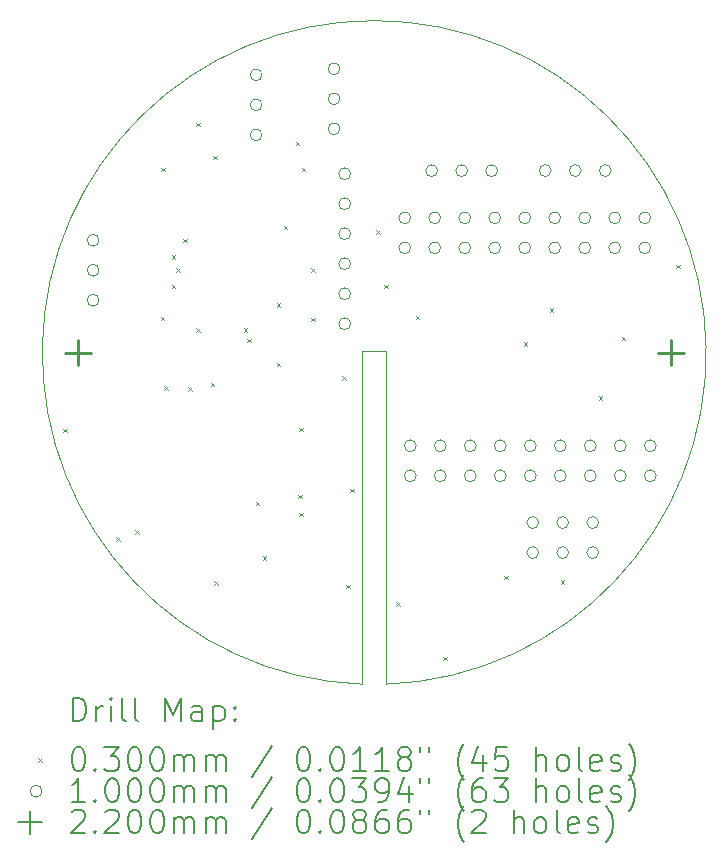
<source format=gbr>
%TF.GenerationSoftware,KiCad,Pcbnew,8.0.3*%
%TF.CreationDate,2025-07-10T12:51:15-07:00*%
%TF.ProjectId,salp_board_round,73616c70-5f62-46f6-9172-645f726f756e,rev?*%
%TF.SameCoordinates,Original*%
%TF.FileFunction,Drillmap*%
%TF.FilePolarity,Positive*%
%FSLAX45Y45*%
G04 Gerber Fmt 4.5, Leading zero omitted, Abs format (unit mm)*
G04 Created by KiCad (PCBNEW 8.0.3) date 2025-07-10 12:51:15*
%MOMM*%
%LPD*%
G01*
G04 APERTURE LIST*
%ADD10C,0.050000*%
%ADD11C,0.200000*%
%ADD12C,0.100000*%
%ADD13C,0.220000*%
G04 APERTURE END LIST*
D10*
X16900000Y-8990000D02*
X17100000Y-8990000D01*
X16900063Y-11808222D02*
X16900000Y-8990000D01*
X17100000Y-8990000D02*
X17099937Y-11808222D01*
X16900063Y-11808222D02*
G75*
G02*
X17099937Y-11808222I99937J2808222D01*
G01*
D11*
D12*
X14365000Y-9645000D02*
X14395000Y-9675000D01*
X14395000Y-9645000D02*
X14365000Y-9675000D01*
X14815000Y-10565000D02*
X14845000Y-10595000D01*
X14845000Y-10565000D02*
X14815000Y-10595000D01*
X14975000Y-10505000D02*
X15005000Y-10535000D01*
X15005000Y-10505000D02*
X14975000Y-10535000D01*
X15192500Y-8697500D02*
X15222500Y-8727500D01*
X15222500Y-8697500D02*
X15192500Y-8727500D01*
X15195000Y-7435000D02*
X15225000Y-7465000D01*
X15225000Y-7435000D02*
X15195000Y-7465000D01*
X15222573Y-9287427D02*
X15252573Y-9317427D01*
X15252573Y-9287427D02*
X15222573Y-9317427D01*
X15285000Y-8175000D02*
X15315000Y-8205000D01*
X15315000Y-8175000D02*
X15285000Y-8205000D01*
X15285000Y-8425000D02*
X15315000Y-8455000D01*
X15315000Y-8425000D02*
X15285000Y-8455000D01*
X15325000Y-8285000D02*
X15355000Y-8315000D01*
X15355000Y-8285000D02*
X15325000Y-8315000D01*
X15385000Y-8035000D02*
X15415000Y-8065000D01*
X15415000Y-8035000D02*
X15385000Y-8065000D01*
X15425000Y-9295000D02*
X15455000Y-9325000D01*
X15455000Y-9295000D02*
X15425000Y-9325000D01*
X15495000Y-7055000D02*
X15525000Y-7085000D01*
X15525000Y-7055000D02*
X15495000Y-7085000D01*
X15495000Y-8795000D02*
X15525000Y-8825000D01*
X15525000Y-8795000D02*
X15495000Y-8825000D01*
X15615000Y-9255000D02*
X15645000Y-9285000D01*
X15645000Y-9255000D02*
X15615000Y-9285000D01*
X15635000Y-7335000D02*
X15665000Y-7365000D01*
X15665000Y-7335000D02*
X15635000Y-7365000D01*
X15645000Y-10935000D02*
X15675000Y-10965000D01*
X15675000Y-10935000D02*
X15645000Y-10965000D01*
X15895000Y-8795000D02*
X15925000Y-8825000D01*
X15925000Y-8795000D02*
X15895000Y-8825000D01*
X15925000Y-8885000D02*
X15955000Y-8915000D01*
X15955000Y-8885000D02*
X15925000Y-8915000D01*
X15995000Y-10265000D02*
X16025000Y-10295000D01*
X16025000Y-10265000D02*
X15995000Y-10295000D01*
X16055000Y-10725000D02*
X16085000Y-10755000D01*
X16085000Y-10725000D02*
X16055000Y-10755000D01*
X16175000Y-8585000D02*
X16205000Y-8615000D01*
X16205000Y-8585000D02*
X16175000Y-8615000D01*
X16175000Y-9085000D02*
X16205000Y-9115000D01*
X16205000Y-9085000D02*
X16175000Y-9115000D01*
X16235000Y-7925000D02*
X16265000Y-7955000D01*
X16265000Y-7925000D02*
X16235000Y-7955000D01*
X16335000Y-7215000D02*
X16365000Y-7245000D01*
X16365000Y-7215000D02*
X16335000Y-7245000D01*
X16355000Y-10205000D02*
X16385000Y-10235000D01*
X16385000Y-10205000D02*
X16355000Y-10235000D01*
X16365000Y-9635000D02*
X16395000Y-9665000D01*
X16395000Y-9635000D02*
X16365000Y-9665000D01*
X16365000Y-10355000D02*
X16395000Y-10385000D01*
X16395000Y-10355000D02*
X16365000Y-10385000D01*
X16385000Y-7435000D02*
X16415000Y-7465000D01*
X16415000Y-7435000D02*
X16385000Y-7465000D01*
X16465000Y-8285000D02*
X16495000Y-8315000D01*
X16495000Y-8285000D02*
X16465000Y-8315000D01*
X16465000Y-8705000D02*
X16495000Y-8735000D01*
X16495000Y-8705000D02*
X16465000Y-8735000D01*
X16728750Y-9201250D02*
X16758750Y-9231250D01*
X16758750Y-9201250D02*
X16728750Y-9231250D01*
X16765000Y-10965000D02*
X16795000Y-10995000D01*
X16795000Y-10965000D02*
X16765000Y-10995000D01*
X16795000Y-10155000D02*
X16825000Y-10185000D01*
X16825000Y-10155000D02*
X16795000Y-10185000D01*
X17015000Y-7965000D02*
X17045000Y-7995000D01*
X17045000Y-7965000D02*
X17015000Y-7995000D01*
X17085000Y-8425000D02*
X17115000Y-8455000D01*
X17115000Y-8425000D02*
X17085000Y-8455000D01*
X17185000Y-11115000D02*
X17215000Y-11145000D01*
X17215000Y-11115000D02*
X17185000Y-11145000D01*
X17350000Y-8690000D02*
X17380000Y-8720000D01*
X17380000Y-8690000D02*
X17350000Y-8720000D01*
X17585000Y-11575000D02*
X17615000Y-11605000D01*
X17615000Y-11575000D02*
X17585000Y-11605000D01*
X18100000Y-10890000D02*
X18130000Y-10920000D01*
X18130000Y-10890000D02*
X18100000Y-10920000D01*
X18265000Y-8915000D02*
X18295000Y-8945000D01*
X18295000Y-8915000D02*
X18265000Y-8945000D01*
X18485000Y-8625000D02*
X18515000Y-8655000D01*
X18515000Y-8625000D02*
X18485000Y-8655000D01*
X18581000Y-10929000D02*
X18611000Y-10959000D01*
X18611000Y-10929000D02*
X18581000Y-10959000D01*
X18900000Y-9370000D02*
X18930000Y-9400000D01*
X18930000Y-9370000D02*
X18900000Y-9400000D01*
X19095000Y-8865000D02*
X19125000Y-8895000D01*
X19125000Y-8865000D02*
X19095000Y-8895000D01*
X19555000Y-8255000D02*
X19585000Y-8285000D01*
X19585000Y-8255000D02*
X19555000Y-8285000D01*
X14670000Y-8050000D02*
G75*
G02*
X14570000Y-8050000I-50000J0D01*
G01*
X14570000Y-8050000D02*
G75*
G02*
X14670000Y-8050000I50000J0D01*
G01*
X14670000Y-8304000D02*
G75*
G02*
X14570000Y-8304000I-50000J0D01*
G01*
X14570000Y-8304000D02*
G75*
G02*
X14670000Y-8304000I50000J0D01*
G01*
X14670000Y-8558000D02*
G75*
G02*
X14570000Y-8558000I-50000J0D01*
G01*
X14570000Y-8558000D02*
G75*
G02*
X14670000Y-8558000I50000J0D01*
G01*
X16050000Y-6650000D02*
G75*
G02*
X15950000Y-6650000I-50000J0D01*
G01*
X15950000Y-6650000D02*
G75*
G02*
X16050000Y-6650000I50000J0D01*
G01*
X16050000Y-6904000D02*
G75*
G02*
X15950000Y-6904000I-50000J0D01*
G01*
X15950000Y-6904000D02*
G75*
G02*
X16050000Y-6904000I50000J0D01*
G01*
X16050000Y-7158000D02*
G75*
G02*
X15950000Y-7158000I-50000J0D01*
G01*
X15950000Y-7158000D02*
G75*
G02*
X16050000Y-7158000I50000J0D01*
G01*
X16710000Y-6597500D02*
G75*
G02*
X16610000Y-6597500I-50000J0D01*
G01*
X16610000Y-6597500D02*
G75*
G02*
X16710000Y-6597500I50000J0D01*
G01*
X16710000Y-6851500D02*
G75*
G02*
X16610000Y-6851500I-50000J0D01*
G01*
X16610000Y-6851500D02*
G75*
G02*
X16710000Y-6851500I50000J0D01*
G01*
X16710000Y-7105500D02*
G75*
G02*
X16610000Y-7105500I-50000J0D01*
G01*
X16610000Y-7105500D02*
G75*
G02*
X16710000Y-7105500I50000J0D01*
G01*
X16800000Y-7486000D02*
G75*
G02*
X16700000Y-7486000I-50000J0D01*
G01*
X16700000Y-7486000D02*
G75*
G02*
X16800000Y-7486000I50000J0D01*
G01*
X16800000Y-7740000D02*
G75*
G02*
X16700000Y-7740000I-50000J0D01*
G01*
X16700000Y-7740000D02*
G75*
G02*
X16800000Y-7740000I50000J0D01*
G01*
X16800000Y-7994000D02*
G75*
G02*
X16700000Y-7994000I-50000J0D01*
G01*
X16700000Y-7994000D02*
G75*
G02*
X16800000Y-7994000I50000J0D01*
G01*
X16800000Y-8248000D02*
G75*
G02*
X16700000Y-8248000I-50000J0D01*
G01*
X16700000Y-8248000D02*
G75*
G02*
X16800000Y-8248000I50000J0D01*
G01*
X16800000Y-8502000D02*
G75*
G02*
X16700000Y-8502000I-50000J0D01*
G01*
X16700000Y-8502000D02*
G75*
G02*
X16800000Y-8502000I50000J0D01*
G01*
X16800000Y-8756000D02*
G75*
G02*
X16700000Y-8756000I-50000J0D01*
G01*
X16700000Y-8756000D02*
G75*
G02*
X16800000Y-8756000I50000J0D01*
G01*
X17308000Y-7860000D02*
G75*
G02*
X17208000Y-7860000I-50000J0D01*
G01*
X17208000Y-7860000D02*
G75*
G02*
X17308000Y-7860000I50000J0D01*
G01*
X17308000Y-8114000D02*
G75*
G02*
X17208000Y-8114000I-50000J0D01*
G01*
X17208000Y-8114000D02*
G75*
G02*
X17308000Y-8114000I50000J0D01*
G01*
X17356000Y-9790000D02*
G75*
G02*
X17256000Y-9790000I-50000J0D01*
G01*
X17256000Y-9790000D02*
G75*
G02*
X17356000Y-9790000I50000J0D01*
G01*
X17356000Y-10044000D02*
G75*
G02*
X17256000Y-10044000I-50000J0D01*
G01*
X17256000Y-10044000D02*
G75*
G02*
X17356000Y-10044000I50000J0D01*
G01*
X17536000Y-7460000D02*
G75*
G02*
X17436000Y-7460000I-50000J0D01*
G01*
X17436000Y-7460000D02*
G75*
G02*
X17536000Y-7460000I50000J0D01*
G01*
X17562000Y-7860000D02*
G75*
G02*
X17462000Y-7860000I-50000J0D01*
G01*
X17462000Y-7860000D02*
G75*
G02*
X17562000Y-7860000I50000J0D01*
G01*
X17562000Y-8114000D02*
G75*
G02*
X17462000Y-8114000I-50000J0D01*
G01*
X17462000Y-8114000D02*
G75*
G02*
X17562000Y-8114000I50000J0D01*
G01*
X17610000Y-9790000D02*
G75*
G02*
X17510000Y-9790000I-50000J0D01*
G01*
X17510000Y-9790000D02*
G75*
G02*
X17610000Y-9790000I50000J0D01*
G01*
X17610000Y-10044000D02*
G75*
G02*
X17510000Y-10044000I-50000J0D01*
G01*
X17510000Y-10044000D02*
G75*
G02*
X17610000Y-10044000I50000J0D01*
G01*
X17790000Y-7460000D02*
G75*
G02*
X17690000Y-7460000I-50000J0D01*
G01*
X17690000Y-7460000D02*
G75*
G02*
X17790000Y-7460000I50000J0D01*
G01*
X17816000Y-7860000D02*
G75*
G02*
X17716000Y-7860000I-50000J0D01*
G01*
X17716000Y-7860000D02*
G75*
G02*
X17816000Y-7860000I50000J0D01*
G01*
X17816000Y-8114000D02*
G75*
G02*
X17716000Y-8114000I-50000J0D01*
G01*
X17716000Y-8114000D02*
G75*
G02*
X17816000Y-8114000I50000J0D01*
G01*
X17864000Y-9790000D02*
G75*
G02*
X17764000Y-9790000I-50000J0D01*
G01*
X17764000Y-9790000D02*
G75*
G02*
X17864000Y-9790000I50000J0D01*
G01*
X17864000Y-10044000D02*
G75*
G02*
X17764000Y-10044000I-50000J0D01*
G01*
X17764000Y-10044000D02*
G75*
G02*
X17864000Y-10044000I50000J0D01*
G01*
X18044000Y-7460000D02*
G75*
G02*
X17944000Y-7460000I-50000J0D01*
G01*
X17944000Y-7460000D02*
G75*
G02*
X18044000Y-7460000I50000J0D01*
G01*
X18070000Y-7860000D02*
G75*
G02*
X17970000Y-7860000I-50000J0D01*
G01*
X17970000Y-7860000D02*
G75*
G02*
X18070000Y-7860000I50000J0D01*
G01*
X18070000Y-8114000D02*
G75*
G02*
X17970000Y-8114000I-50000J0D01*
G01*
X17970000Y-8114000D02*
G75*
G02*
X18070000Y-8114000I50000J0D01*
G01*
X18118000Y-9790000D02*
G75*
G02*
X18018000Y-9790000I-50000J0D01*
G01*
X18018000Y-9790000D02*
G75*
G02*
X18118000Y-9790000I50000J0D01*
G01*
X18118000Y-10044000D02*
G75*
G02*
X18018000Y-10044000I-50000J0D01*
G01*
X18018000Y-10044000D02*
G75*
G02*
X18118000Y-10044000I50000J0D01*
G01*
X18324000Y-7860000D02*
G75*
G02*
X18224000Y-7860000I-50000J0D01*
G01*
X18224000Y-7860000D02*
G75*
G02*
X18324000Y-7860000I50000J0D01*
G01*
X18324000Y-8114000D02*
G75*
G02*
X18224000Y-8114000I-50000J0D01*
G01*
X18224000Y-8114000D02*
G75*
G02*
X18324000Y-8114000I50000J0D01*
G01*
X18372000Y-9790000D02*
G75*
G02*
X18272000Y-9790000I-50000J0D01*
G01*
X18272000Y-9790000D02*
G75*
G02*
X18372000Y-9790000I50000J0D01*
G01*
X18372000Y-10044000D02*
G75*
G02*
X18272000Y-10044000I-50000J0D01*
G01*
X18272000Y-10044000D02*
G75*
G02*
X18372000Y-10044000I50000J0D01*
G01*
X18392000Y-10440000D02*
G75*
G02*
X18292000Y-10440000I-50000J0D01*
G01*
X18292000Y-10440000D02*
G75*
G02*
X18392000Y-10440000I50000J0D01*
G01*
X18392000Y-10694000D02*
G75*
G02*
X18292000Y-10694000I-50000J0D01*
G01*
X18292000Y-10694000D02*
G75*
G02*
X18392000Y-10694000I50000J0D01*
G01*
X18497500Y-7460000D02*
G75*
G02*
X18397500Y-7460000I-50000J0D01*
G01*
X18397500Y-7460000D02*
G75*
G02*
X18497500Y-7460000I50000J0D01*
G01*
X18578000Y-7860000D02*
G75*
G02*
X18478000Y-7860000I-50000J0D01*
G01*
X18478000Y-7860000D02*
G75*
G02*
X18578000Y-7860000I50000J0D01*
G01*
X18578000Y-8114000D02*
G75*
G02*
X18478000Y-8114000I-50000J0D01*
G01*
X18478000Y-8114000D02*
G75*
G02*
X18578000Y-8114000I50000J0D01*
G01*
X18626000Y-9790000D02*
G75*
G02*
X18526000Y-9790000I-50000J0D01*
G01*
X18526000Y-9790000D02*
G75*
G02*
X18626000Y-9790000I50000J0D01*
G01*
X18626000Y-10044000D02*
G75*
G02*
X18526000Y-10044000I-50000J0D01*
G01*
X18526000Y-10044000D02*
G75*
G02*
X18626000Y-10044000I50000J0D01*
G01*
X18646000Y-10440000D02*
G75*
G02*
X18546000Y-10440000I-50000J0D01*
G01*
X18546000Y-10440000D02*
G75*
G02*
X18646000Y-10440000I50000J0D01*
G01*
X18646000Y-10694000D02*
G75*
G02*
X18546000Y-10694000I-50000J0D01*
G01*
X18546000Y-10694000D02*
G75*
G02*
X18646000Y-10694000I50000J0D01*
G01*
X18751500Y-7460000D02*
G75*
G02*
X18651500Y-7460000I-50000J0D01*
G01*
X18651500Y-7460000D02*
G75*
G02*
X18751500Y-7460000I50000J0D01*
G01*
X18832000Y-7860000D02*
G75*
G02*
X18732000Y-7860000I-50000J0D01*
G01*
X18732000Y-7860000D02*
G75*
G02*
X18832000Y-7860000I50000J0D01*
G01*
X18832000Y-8114000D02*
G75*
G02*
X18732000Y-8114000I-50000J0D01*
G01*
X18732000Y-8114000D02*
G75*
G02*
X18832000Y-8114000I50000J0D01*
G01*
X18880000Y-9790000D02*
G75*
G02*
X18780000Y-9790000I-50000J0D01*
G01*
X18780000Y-9790000D02*
G75*
G02*
X18880000Y-9790000I50000J0D01*
G01*
X18880000Y-10044000D02*
G75*
G02*
X18780000Y-10044000I-50000J0D01*
G01*
X18780000Y-10044000D02*
G75*
G02*
X18880000Y-10044000I50000J0D01*
G01*
X18900000Y-10440000D02*
G75*
G02*
X18800000Y-10440000I-50000J0D01*
G01*
X18800000Y-10440000D02*
G75*
G02*
X18900000Y-10440000I50000J0D01*
G01*
X18900000Y-10694000D02*
G75*
G02*
X18800000Y-10694000I-50000J0D01*
G01*
X18800000Y-10694000D02*
G75*
G02*
X18900000Y-10694000I50000J0D01*
G01*
X19005500Y-7460000D02*
G75*
G02*
X18905500Y-7460000I-50000J0D01*
G01*
X18905500Y-7460000D02*
G75*
G02*
X19005500Y-7460000I50000J0D01*
G01*
X19086000Y-7860000D02*
G75*
G02*
X18986000Y-7860000I-50000J0D01*
G01*
X18986000Y-7860000D02*
G75*
G02*
X19086000Y-7860000I50000J0D01*
G01*
X19086000Y-8114000D02*
G75*
G02*
X18986000Y-8114000I-50000J0D01*
G01*
X18986000Y-8114000D02*
G75*
G02*
X19086000Y-8114000I50000J0D01*
G01*
X19134000Y-9790000D02*
G75*
G02*
X19034000Y-9790000I-50000J0D01*
G01*
X19034000Y-9790000D02*
G75*
G02*
X19134000Y-9790000I50000J0D01*
G01*
X19134000Y-10044000D02*
G75*
G02*
X19034000Y-10044000I-50000J0D01*
G01*
X19034000Y-10044000D02*
G75*
G02*
X19134000Y-10044000I50000J0D01*
G01*
X19340000Y-7860000D02*
G75*
G02*
X19240000Y-7860000I-50000J0D01*
G01*
X19240000Y-7860000D02*
G75*
G02*
X19340000Y-7860000I50000J0D01*
G01*
X19340000Y-8114000D02*
G75*
G02*
X19240000Y-8114000I-50000J0D01*
G01*
X19240000Y-8114000D02*
G75*
G02*
X19340000Y-8114000I50000J0D01*
G01*
X19388000Y-9790000D02*
G75*
G02*
X19288000Y-9790000I-50000J0D01*
G01*
X19288000Y-9790000D02*
G75*
G02*
X19388000Y-9790000I50000J0D01*
G01*
X19388000Y-10044000D02*
G75*
G02*
X19288000Y-10044000I-50000J0D01*
G01*
X19288000Y-10044000D02*
G75*
G02*
X19388000Y-10044000I50000J0D01*
G01*
D13*
X14490000Y-8890000D02*
X14490000Y-9110000D01*
X14380000Y-9000000D02*
X14600000Y-9000000D01*
X19510000Y-8890000D02*
X19510000Y-9110000D01*
X19400000Y-9000000D02*
X19620000Y-9000000D01*
D11*
X14448277Y-12122206D02*
X14448277Y-11922206D01*
X14448277Y-11922206D02*
X14495896Y-11922206D01*
X14495896Y-11922206D02*
X14524467Y-11931730D01*
X14524467Y-11931730D02*
X14543515Y-11950777D01*
X14543515Y-11950777D02*
X14553039Y-11969825D01*
X14553039Y-11969825D02*
X14562563Y-12007920D01*
X14562563Y-12007920D02*
X14562563Y-12036492D01*
X14562563Y-12036492D02*
X14553039Y-12074587D01*
X14553039Y-12074587D02*
X14543515Y-12093634D01*
X14543515Y-12093634D02*
X14524467Y-12112682D01*
X14524467Y-12112682D02*
X14495896Y-12122206D01*
X14495896Y-12122206D02*
X14448277Y-12122206D01*
X14648277Y-12122206D02*
X14648277Y-11988873D01*
X14648277Y-12026968D02*
X14657801Y-12007920D01*
X14657801Y-12007920D02*
X14667324Y-11998396D01*
X14667324Y-11998396D02*
X14686372Y-11988873D01*
X14686372Y-11988873D02*
X14705420Y-11988873D01*
X14772086Y-12122206D02*
X14772086Y-11988873D01*
X14772086Y-11922206D02*
X14762563Y-11931730D01*
X14762563Y-11931730D02*
X14772086Y-11941254D01*
X14772086Y-11941254D02*
X14781610Y-11931730D01*
X14781610Y-11931730D02*
X14772086Y-11922206D01*
X14772086Y-11922206D02*
X14772086Y-11941254D01*
X14895896Y-12122206D02*
X14876848Y-12112682D01*
X14876848Y-12112682D02*
X14867324Y-12093634D01*
X14867324Y-12093634D02*
X14867324Y-11922206D01*
X15000658Y-12122206D02*
X14981610Y-12112682D01*
X14981610Y-12112682D02*
X14972086Y-12093634D01*
X14972086Y-12093634D02*
X14972086Y-11922206D01*
X15229229Y-12122206D02*
X15229229Y-11922206D01*
X15229229Y-11922206D02*
X15295896Y-12065063D01*
X15295896Y-12065063D02*
X15362563Y-11922206D01*
X15362563Y-11922206D02*
X15362563Y-12122206D01*
X15543515Y-12122206D02*
X15543515Y-12017444D01*
X15543515Y-12017444D02*
X15533991Y-11998396D01*
X15533991Y-11998396D02*
X15514944Y-11988873D01*
X15514944Y-11988873D02*
X15476848Y-11988873D01*
X15476848Y-11988873D02*
X15457801Y-11998396D01*
X15543515Y-12112682D02*
X15524467Y-12122206D01*
X15524467Y-12122206D02*
X15476848Y-12122206D01*
X15476848Y-12122206D02*
X15457801Y-12112682D01*
X15457801Y-12112682D02*
X15448277Y-12093634D01*
X15448277Y-12093634D02*
X15448277Y-12074587D01*
X15448277Y-12074587D02*
X15457801Y-12055539D01*
X15457801Y-12055539D02*
X15476848Y-12046015D01*
X15476848Y-12046015D02*
X15524467Y-12046015D01*
X15524467Y-12046015D02*
X15543515Y-12036492D01*
X15638753Y-11988873D02*
X15638753Y-12188873D01*
X15638753Y-11998396D02*
X15657801Y-11988873D01*
X15657801Y-11988873D02*
X15695896Y-11988873D01*
X15695896Y-11988873D02*
X15714944Y-11998396D01*
X15714944Y-11998396D02*
X15724467Y-12007920D01*
X15724467Y-12007920D02*
X15733991Y-12026968D01*
X15733991Y-12026968D02*
X15733991Y-12084111D01*
X15733991Y-12084111D02*
X15724467Y-12103158D01*
X15724467Y-12103158D02*
X15714944Y-12112682D01*
X15714944Y-12112682D02*
X15695896Y-12122206D01*
X15695896Y-12122206D02*
X15657801Y-12122206D01*
X15657801Y-12122206D02*
X15638753Y-12112682D01*
X15819705Y-12103158D02*
X15829229Y-12112682D01*
X15829229Y-12112682D02*
X15819705Y-12122206D01*
X15819705Y-12122206D02*
X15810182Y-12112682D01*
X15810182Y-12112682D02*
X15819705Y-12103158D01*
X15819705Y-12103158D02*
X15819705Y-12122206D01*
X15819705Y-11998396D02*
X15829229Y-12007920D01*
X15829229Y-12007920D02*
X15819705Y-12017444D01*
X15819705Y-12017444D02*
X15810182Y-12007920D01*
X15810182Y-12007920D02*
X15819705Y-11998396D01*
X15819705Y-11998396D02*
X15819705Y-12017444D01*
D12*
X14157500Y-12435722D02*
X14187500Y-12465722D01*
X14187500Y-12435722D02*
X14157500Y-12465722D01*
D11*
X14486372Y-12342206D02*
X14505420Y-12342206D01*
X14505420Y-12342206D02*
X14524467Y-12351730D01*
X14524467Y-12351730D02*
X14533991Y-12361254D01*
X14533991Y-12361254D02*
X14543515Y-12380301D01*
X14543515Y-12380301D02*
X14553039Y-12418396D01*
X14553039Y-12418396D02*
X14553039Y-12466015D01*
X14553039Y-12466015D02*
X14543515Y-12504111D01*
X14543515Y-12504111D02*
X14533991Y-12523158D01*
X14533991Y-12523158D02*
X14524467Y-12532682D01*
X14524467Y-12532682D02*
X14505420Y-12542206D01*
X14505420Y-12542206D02*
X14486372Y-12542206D01*
X14486372Y-12542206D02*
X14467324Y-12532682D01*
X14467324Y-12532682D02*
X14457801Y-12523158D01*
X14457801Y-12523158D02*
X14448277Y-12504111D01*
X14448277Y-12504111D02*
X14438753Y-12466015D01*
X14438753Y-12466015D02*
X14438753Y-12418396D01*
X14438753Y-12418396D02*
X14448277Y-12380301D01*
X14448277Y-12380301D02*
X14457801Y-12361254D01*
X14457801Y-12361254D02*
X14467324Y-12351730D01*
X14467324Y-12351730D02*
X14486372Y-12342206D01*
X14638753Y-12523158D02*
X14648277Y-12532682D01*
X14648277Y-12532682D02*
X14638753Y-12542206D01*
X14638753Y-12542206D02*
X14629229Y-12532682D01*
X14629229Y-12532682D02*
X14638753Y-12523158D01*
X14638753Y-12523158D02*
X14638753Y-12542206D01*
X14714944Y-12342206D02*
X14838753Y-12342206D01*
X14838753Y-12342206D02*
X14772086Y-12418396D01*
X14772086Y-12418396D02*
X14800658Y-12418396D01*
X14800658Y-12418396D02*
X14819705Y-12427920D01*
X14819705Y-12427920D02*
X14829229Y-12437444D01*
X14829229Y-12437444D02*
X14838753Y-12456492D01*
X14838753Y-12456492D02*
X14838753Y-12504111D01*
X14838753Y-12504111D02*
X14829229Y-12523158D01*
X14829229Y-12523158D02*
X14819705Y-12532682D01*
X14819705Y-12532682D02*
X14800658Y-12542206D01*
X14800658Y-12542206D02*
X14743515Y-12542206D01*
X14743515Y-12542206D02*
X14724467Y-12532682D01*
X14724467Y-12532682D02*
X14714944Y-12523158D01*
X14962563Y-12342206D02*
X14981610Y-12342206D01*
X14981610Y-12342206D02*
X15000658Y-12351730D01*
X15000658Y-12351730D02*
X15010182Y-12361254D01*
X15010182Y-12361254D02*
X15019705Y-12380301D01*
X15019705Y-12380301D02*
X15029229Y-12418396D01*
X15029229Y-12418396D02*
X15029229Y-12466015D01*
X15029229Y-12466015D02*
X15019705Y-12504111D01*
X15019705Y-12504111D02*
X15010182Y-12523158D01*
X15010182Y-12523158D02*
X15000658Y-12532682D01*
X15000658Y-12532682D02*
X14981610Y-12542206D01*
X14981610Y-12542206D02*
X14962563Y-12542206D01*
X14962563Y-12542206D02*
X14943515Y-12532682D01*
X14943515Y-12532682D02*
X14933991Y-12523158D01*
X14933991Y-12523158D02*
X14924467Y-12504111D01*
X14924467Y-12504111D02*
X14914944Y-12466015D01*
X14914944Y-12466015D02*
X14914944Y-12418396D01*
X14914944Y-12418396D02*
X14924467Y-12380301D01*
X14924467Y-12380301D02*
X14933991Y-12361254D01*
X14933991Y-12361254D02*
X14943515Y-12351730D01*
X14943515Y-12351730D02*
X14962563Y-12342206D01*
X15153039Y-12342206D02*
X15172086Y-12342206D01*
X15172086Y-12342206D02*
X15191134Y-12351730D01*
X15191134Y-12351730D02*
X15200658Y-12361254D01*
X15200658Y-12361254D02*
X15210182Y-12380301D01*
X15210182Y-12380301D02*
X15219705Y-12418396D01*
X15219705Y-12418396D02*
X15219705Y-12466015D01*
X15219705Y-12466015D02*
X15210182Y-12504111D01*
X15210182Y-12504111D02*
X15200658Y-12523158D01*
X15200658Y-12523158D02*
X15191134Y-12532682D01*
X15191134Y-12532682D02*
X15172086Y-12542206D01*
X15172086Y-12542206D02*
X15153039Y-12542206D01*
X15153039Y-12542206D02*
X15133991Y-12532682D01*
X15133991Y-12532682D02*
X15124467Y-12523158D01*
X15124467Y-12523158D02*
X15114944Y-12504111D01*
X15114944Y-12504111D02*
X15105420Y-12466015D01*
X15105420Y-12466015D02*
X15105420Y-12418396D01*
X15105420Y-12418396D02*
X15114944Y-12380301D01*
X15114944Y-12380301D02*
X15124467Y-12361254D01*
X15124467Y-12361254D02*
X15133991Y-12351730D01*
X15133991Y-12351730D02*
X15153039Y-12342206D01*
X15305420Y-12542206D02*
X15305420Y-12408873D01*
X15305420Y-12427920D02*
X15314944Y-12418396D01*
X15314944Y-12418396D02*
X15333991Y-12408873D01*
X15333991Y-12408873D02*
X15362563Y-12408873D01*
X15362563Y-12408873D02*
X15381610Y-12418396D01*
X15381610Y-12418396D02*
X15391134Y-12437444D01*
X15391134Y-12437444D02*
X15391134Y-12542206D01*
X15391134Y-12437444D02*
X15400658Y-12418396D01*
X15400658Y-12418396D02*
X15419705Y-12408873D01*
X15419705Y-12408873D02*
X15448277Y-12408873D01*
X15448277Y-12408873D02*
X15467325Y-12418396D01*
X15467325Y-12418396D02*
X15476848Y-12437444D01*
X15476848Y-12437444D02*
X15476848Y-12542206D01*
X15572086Y-12542206D02*
X15572086Y-12408873D01*
X15572086Y-12427920D02*
X15581610Y-12418396D01*
X15581610Y-12418396D02*
X15600658Y-12408873D01*
X15600658Y-12408873D02*
X15629229Y-12408873D01*
X15629229Y-12408873D02*
X15648277Y-12418396D01*
X15648277Y-12418396D02*
X15657801Y-12437444D01*
X15657801Y-12437444D02*
X15657801Y-12542206D01*
X15657801Y-12437444D02*
X15667325Y-12418396D01*
X15667325Y-12418396D02*
X15686372Y-12408873D01*
X15686372Y-12408873D02*
X15714944Y-12408873D01*
X15714944Y-12408873D02*
X15733991Y-12418396D01*
X15733991Y-12418396D02*
X15743515Y-12437444D01*
X15743515Y-12437444D02*
X15743515Y-12542206D01*
X16133991Y-12332682D02*
X15962563Y-12589825D01*
X16391134Y-12342206D02*
X16410182Y-12342206D01*
X16410182Y-12342206D02*
X16429229Y-12351730D01*
X16429229Y-12351730D02*
X16438753Y-12361254D01*
X16438753Y-12361254D02*
X16448277Y-12380301D01*
X16448277Y-12380301D02*
X16457801Y-12418396D01*
X16457801Y-12418396D02*
X16457801Y-12466015D01*
X16457801Y-12466015D02*
X16448277Y-12504111D01*
X16448277Y-12504111D02*
X16438753Y-12523158D01*
X16438753Y-12523158D02*
X16429229Y-12532682D01*
X16429229Y-12532682D02*
X16410182Y-12542206D01*
X16410182Y-12542206D02*
X16391134Y-12542206D01*
X16391134Y-12542206D02*
X16372087Y-12532682D01*
X16372087Y-12532682D02*
X16362563Y-12523158D01*
X16362563Y-12523158D02*
X16353039Y-12504111D01*
X16353039Y-12504111D02*
X16343515Y-12466015D01*
X16343515Y-12466015D02*
X16343515Y-12418396D01*
X16343515Y-12418396D02*
X16353039Y-12380301D01*
X16353039Y-12380301D02*
X16362563Y-12361254D01*
X16362563Y-12361254D02*
X16372087Y-12351730D01*
X16372087Y-12351730D02*
X16391134Y-12342206D01*
X16543515Y-12523158D02*
X16553039Y-12532682D01*
X16553039Y-12532682D02*
X16543515Y-12542206D01*
X16543515Y-12542206D02*
X16533991Y-12532682D01*
X16533991Y-12532682D02*
X16543515Y-12523158D01*
X16543515Y-12523158D02*
X16543515Y-12542206D01*
X16676848Y-12342206D02*
X16695896Y-12342206D01*
X16695896Y-12342206D02*
X16714944Y-12351730D01*
X16714944Y-12351730D02*
X16724468Y-12361254D01*
X16724468Y-12361254D02*
X16733991Y-12380301D01*
X16733991Y-12380301D02*
X16743515Y-12418396D01*
X16743515Y-12418396D02*
X16743515Y-12466015D01*
X16743515Y-12466015D02*
X16733991Y-12504111D01*
X16733991Y-12504111D02*
X16724468Y-12523158D01*
X16724468Y-12523158D02*
X16714944Y-12532682D01*
X16714944Y-12532682D02*
X16695896Y-12542206D01*
X16695896Y-12542206D02*
X16676848Y-12542206D01*
X16676848Y-12542206D02*
X16657801Y-12532682D01*
X16657801Y-12532682D02*
X16648277Y-12523158D01*
X16648277Y-12523158D02*
X16638753Y-12504111D01*
X16638753Y-12504111D02*
X16629229Y-12466015D01*
X16629229Y-12466015D02*
X16629229Y-12418396D01*
X16629229Y-12418396D02*
X16638753Y-12380301D01*
X16638753Y-12380301D02*
X16648277Y-12361254D01*
X16648277Y-12361254D02*
X16657801Y-12351730D01*
X16657801Y-12351730D02*
X16676848Y-12342206D01*
X16933991Y-12542206D02*
X16819706Y-12542206D01*
X16876849Y-12542206D02*
X16876849Y-12342206D01*
X16876849Y-12342206D02*
X16857801Y-12370777D01*
X16857801Y-12370777D02*
X16838753Y-12389825D01*
X16838753Y-12389825D02*
X16819706Y-12399349D01*
X17124468Y-12542206D02*
X17010182Y-12542206D01*
X17067325Y-12542206D02*
X17067325Y-12342206D01*
X17067325Y-12342206D02*
X17048277Y-12370777D01*
X17048277Y-12370777D02*
X17029230Y-12389825D01*
X17029230Y-12389825D02*
X17010182Y-12399349D01*
X17238753Y-12427920D02*
X17219706Y-12418396D01*
X17219706Y-12418396D02*
X17210182Y-12408873D01*
X17210182Y-12408873D02*
X17200658Y-12389825D01*
X17200658Y-12389825D02*
X17200658Y-12380301D01*
X17200658Y-12380301D02*
X17210182Y-12361254D01*
X17210182Y-12361254D02*
X17219706Y-12351730D01*
X17219706Y-12351730D02*
X17238753Y-12342206D01*
X17238753Y-12342206D02*
X17276849Y-12342206D01*
X17276849Y-12342206D02*
X17295896Y-12351730D01*
X17295896Y-12351730D02*
X17305420Y-12361254D01*
X17305420Y-12361254D02*
X17314944Y-12380301D01*
X17314944Y-12380301D02*
X17314944Y-12389825D01*
X17314944Y-12389825D02*
X17305420Y-12408873D01*
X17305420Y-12408873D02*
X17295896Y-12418396D01*
X17295896Y-12418396D02*
X17276849Y-12427920D01*
X17276849Y-12427920D02*
X17238753Y-12427920D01*
X17238753Y-12427920D02*
X17219706Y-12437444D01*
X17219706Y-12437444D02*
X17210182Y-12446968D01*
X17210182Y-12446968D02*
X17200658Y-12466015D01*
X17200658Y-12466015D02*
X17200658Y-12504111D01*
X17200658Y-12504111D02*
X17210182Y-12523158D01*
X17210182Y-12523158D02*
X17219706Y-12532682D01*
X17219706Y-12532682D02*
X17238753Y-12542206D01*
X17238753Y-12542206D02*
X17276849Y-12542206D01*
X17276849Y-12542206D02*
X17295896Y-12532682D01*
X17295896Y-12532682D02*
X17305420Y-12523158D01*
X17305420Y-12523158D02*
X17314944Y-12504111D01*
X17314944Y-12504111D02*
X17314944Y-12466015D01*
X17314944Y-12466015D02*
X17305420Y-12446968D01*
X17305420Y-12446968D02*
X17295896Y-12437444D01*
X17295896Y-12437444D02*
X17276849Y-12427920D01*
X17391134Y-12342206D02*
X17391134Y-12380301D01*
X17467325Y-12342206D02*
X17467325Y-12380301D01*
X17762563Y-12618396D02*
X17753039Y-12608873D01*
X17753039Y-12608873D02*
X17733992Y-12580301D01*
X17733992Y-12580301D02*
X17724468Y-12561254D01*
X17724468Y-12561254D02*
X17714944Y-12532682D01*
X17714944Y-12532682D02*
X17705420Y-12485063D01*
X17705420Y-12485063D02*
X17705420Y-12446968D01*
X17705420Y-12446968D02*
X17714944Y-12399349D01*
X17714944Y-12399349D02*
X17724468Y-12370777D01*
X17724468Y-12370777D02*
X17733992Y-12351730D01*
X17733992Y-12351730D02*
X17753039Y-12323158D01*
X17753039Y-12323158D02*
X17762563Y-12313634D01*
X17924468Y-12408873D02*
X17924468Y-12542206D01*
X17876849Y-12332682D02*
X17829230Y-12475539D01*
X17829230Y-12475539D02*
X17953039Y-12475539D01*
X18124468Y-12342206D02*
X18029230Y-12342206D01*
X18029230Y-12342206D02*
X18019706Y-12437444D01*
X18019706Y-12437444D02*
X18029230Y-12427920D01*
X18029230Y-12427920D02*
X18048277Y-12418396D01*
X18048277Y-12418396D02*
X18095896Y-12418396D01*
X18095896Y-12418396D02*
X18114944Y-12427920D01*
X18114944Y-12427920D02*
X18124468Y-12437444D01*
X18124468Y-12437444D02*
X18133992Y-12456492D01*
X18133992Y-12456492D02*
X18133992Y-12504111D01*
X18133992Y-12504111D02*
X18124468Y-12523158D01*
X18124468Y-12523158D02*
X18114944Y-12532682D01*
X18114944Y-12532682D02*
X18095896Y-12542206D01*
X18095896Y-12542206D02*
X18048277Y-12542206D01*
X18048277Y-12542206D02*
X18029230Y-12532682D01*
X18029230Y-12532682D02*
X18019706Y-12523158D01*
X18372087Y-12542206D02*
X18372087Y-12342206D01*
X18457801Y-12542206D02*
X18457801Y-12437444D01*
X18457801Y-12437444D02*
X18448277Y-12418396D01*
X18448277Y-12418396D02*
X18429230Y-12408873D01*
X18429230Y-12408873D02*
X18400658Y-12408873D01*
X18400658Y-12408873D02*
X18381611Y-12418396D01*
X18381611Y-12418396D02*
X18372087Y-12427920D01*
X18581611Y-12542206D02*
X18562563Y-12532682D01*
X18562563Y-12532682D02*
X18553039Y-12523158D01*
X18553039Y-12523158D02*
X18543515Y-12504111D01*
X18543515Y-12504111D02*
X18543515Y-12446968D01*
X18543515Y-12446968D02*
X18553039Y-12427920D01*
X18553039Y-12427920D02*
X18562563Y-12418396D01*
X18562563Y-12418396D02*
X18581611Y-12408873D01*
X18581611Y-12408873D02*
X18610182Y-12408873D01*
X18610182Y-12408873D02*
X18629230Y-12418396D01*
X18629230Y-12418396D02*
X18638754Y-12427920D01*
X18638754Y-12427920D02*
X18648277Y-12446968D01*
X18648277Y-12446968D02*
X18648277Y-12504111D01*
X18648277Y-12504111D02*
X18638754Y-12523158D01*
X18638754Y-12523158D02*
X18629230Y-12532682D01*
X18629230Y-12532682D02*
X18610182Y-12542206D01*
X18610182Y-12542206D02*
X18581611Y-12542206D01*
X18762563Y-12542206D02*
X18743515Y-12532682D01*
X18743515Y-12532682D02*
X18733992Y-12513634D01*
X18733992Y-12513634D02*
X18733992Y-12342206D01*
X18914944Y-12532682D02*
X18895896Y-12542206D01*
X18895896Y-12542206D02*
X18857801Y-12542206D01*
X18857801Y-12542206D02*
X18838754Y-12532682D01*
X18838754Y-12532682D02*
X18829230Y-12513634D01*
X18829230Y-12513634D02*
X18829230Y-12437444D01*
X18829230Y-12437444D02*
X18838754Y-12418396D01*
X18838754Y-12418396D02*
X18857801Y-12408873D01*
X18857801Y-12408873D02*
X18895896Y-12408873D01*
X18895896Y-12408873D02*
X18914944Y-12418396D01*
X18914944Y-12418396D02*
X18924468Y-12437444D01*
X18924468Y-12437444D02*
X18924468Y-12456492D01*
X18924468Y-12456492D02*
X18829230Y-12475539D01*
X19000658Y-12532682D02*
X19019706Y-12542206D01*
X19019706Y-12542206D02*
X19057801Y-12542206D01*
X19057801Y-12542206D02*
X19076849Y-12532682D01*
X19076849Y-12532682D02*
X19086373Y-12513634D01*
X19086373Y-12513634D02*
X19086373Y-12504111D01*
X19086373Y-12504111D02*
X19076849Y-12485063D01*
X19076849Y-12485063D02*
X19057801Y-12475539D01*
X19057801Y-12475539D02*
X19029230Y-12475539D01*
X19029230Y-12475539D02*
X19010182Y-12466015D01*
X19010182Y-12466015D02*
X19000658Y-12446968D01*
X19000658Y-12446968D02*
X19000658Y-12437444D01*
X19000658Y-12437444D02*
X19010182Y-12418396D01*
X19010182Y-12418396D02*
X19029230Y-12408873D01*
X19029230Y-12408873D02*
X19057801Y-12408873D01*
X19057801Y-12408873D02*
X19076849Y-12418396D01*
X19153039Y-12618396D02*
X19162563Y-12608873D01*
X19162563Y-12608873D02*
X19181611Y-12580301D01*
X19181611Y-12580301D02*
X19191135Y-12561254D01*
X19191135Y-12561254D02*
X19200658Y-12532682D01*
X19200658Y-12532682D02*
X19210182Y-12485063D01*
X19210182Y-12485063D02*
X19210182Y-12446968D01*
X19210182Y-12446968D02*
X19200658Y-12399349D01*
X19200658Y-12399349D02*
X19191135Y-12370777D01*
X19191135Y-12370777D02*
X19181611Y-12351730D01*
X19181611Y-12351730D02*
X19162563Y-12323158D01*
X19162563Y-12323158D02*
X19153039Y-12313634D01*
D12*
X14187500Y-12714722D02*
G75*
G02*
X14087500Y-12714722I-50000J0D01*
G01*
X14087500Y-12714722D02*
G75*
G02*
X14187500Y-12714722I50000J0D01*
G01*
D11*
X14553039Y-12806206D02*
X14438753Y-12806206D01*
X14495896Y-12806206D02*
X14495896Y-12606206D01*
X14495896Y-12606206D02*
X14476848Y-12634777D01*
X14476848Y-12634777D02*
X14457801Y-12653825D01*
X14457801Y-12653825D02*
X14438753Y-12663349D01*
X14638753Y-12787158D02*
X14648277Y-12796682D01*
X14648277Y-12796682D02*
X14638753Y-12806206D01*
X14638753Y-12806206D02*
X14629229Y-12796682D01*
X14629229Y-12796682D02*
X14638753Y-12787158D01*
X14638753Y-12787158D02*
X14638753Y-12806206D01*
X14772086Y-12606206D02*
X14791134Y-12606206D01*
X14791134Y-12606206D02*
X14810182Y-12615730D01*
X14810182Y-12615730D02*
X14819705Y-12625254D01*
X14819705Y-12625254D02*
X14829229Y-12644301D01*
X14829229Y-12644301D02*
X14838753Y-12682396D01*
X14838753Y-12682396D02*
X14838753Y-12730015D01*
X14838753Y-12730015D02*
X14829229Y-12768111D01*
X14829229Y-12768111D02*
X14819705Y-12787158D01*
X14819705Y-12787158D02*
X14810182Y-12796682D01*
X14810182Y-12796682D02*
X14791134Y-12806206D01*
X14791134Y-12806206D02*
X14772086Y-12806206D01*
X14772086Y-12806206D02*
X14753039Y-12796682D01*
X14753039Y-12796682D02*
X14743515Y-12787158D01*
X14743515Y-12787158D02*
X14733991Y-12768111D01*
X14733991Y-12768111D02*
X14724467Y-12730015D01*
X14724467Y-12730015D02*
X14724467Y-12682396D01*
X14724467Y-12682396D02*
X14733991Y-12644301D01*
X14733991Y-12644301D02*
X14743515Y-12625254D01*
X14743515Y-12625254D02*
X14753039Y-12615730D01*
X14753039Y-12615730D02*
X14772086Y-12606206D01*
X14962563Y-12606206D02*
X14981610Y-12606206D01*
X14981610Y-12606206D02*
X15000658Y-12615730D01*
X15000658Y-12615730D02*
X15010182Y-12625254D01*
X15010182Y-12625254D02*
X15019705Y-12644301D01*
X15019705Y-12644301D02*
X15029229Y-12682396D01*
X15029229Y-12682396D02*
X15029229Y-12730015D01*
X15029229Y-12730015D02*
X15019705Y-12768111D01*
X15019705Y-12768111D02*
X15010182Y-12787158D01*
X15010182Y-12787158D02*
X15000658Y-12796682D01*
X15000658Y-12796682D02*
X14981610Y-12806206D01*
X14981610Y-12806206D02*
X14962563Y-12806206D01*
X14962563Y-12806206D02*
X14943515Y-12796682D01*
X14943515Y-12796682D02*
X14933991Y-12787158D01*
X14933991Y-12787158D02*
X14924467Y-12768111D01*
X14924467Y-12768111D02*
X14914944Y-12730015D01*
X14914944Y-12730015D02*
X14914944Y-12682396D01*
X14914944Y-12682396D02*
X14924467Y-12644301D01*
X14924467Y-12644301D02*
X14933991Y-12625254D01*
X14933991Y-12625254D02*
X14943515Y-12615730D01*
X14943515Y-12615730D02*
X14962563Y-12606206D01*
X15153039Y-12606206D02*
X15172086Y-12606206D01*
X15172086Y-12606206D02*
X15191134Y-12615730D01*
X15191134Y-12615730D02*
X15200658Y-12625254D01*
X15200658Y-12625254D02*
X15210182Y-12644301D01*
X15210182Y-12644301D02*
X15219705Y-12682396D01*
X15219705Y-12682396D02*
X15219705Y-12730015D01*
X15219705Y-12730015D02*
X15210182Y-12768111D01*
X15210182Y-12768111D02*
X15200658Y-12787158D01*
X15200658Y-12787158D02*
X15191134Y-12796682D01*
X15191134Y-12796682D02*
X15172086Y-12806206D01*
X15172086Y-12806206D02*
X15153039Y-12806206D01*
X15153039Y-12806206D02*
X15133991Y-12796682D01*
X15133991Y-12796682D02*
X15124467Y-12787158D01*
X15124467Y-12787158D02*
X15114944Y-12768111D01*
X15114944Y-12768111D02*
X15105420Y-12730015D01*
X15105420Y-12730015D02*
X15105420Y-12682396D01*
X15105420Y-12682396D02*
X15114944Y-12644301D01*
X15114944Y-12644301D02*
X15124467Y-12625254D01*
X15124467Y-12625254D02*
X15133991Y-12615730D01*
X15133991Y-12615730D02*
X15153039Y-12606206D01*
X15305420Y-12806206D02*
X15305420Y-12672873D01*
X15305420Y-12691920D02*
X15314944Y-12682396D01*
X15314944Y-12682396D02*
X15333991Y-12672873D01*
X15333991Y-12672873D02*
X15362563Y-12672873D01*
X15362563Y-12672873D02*
X15381610Y-12682396D01*
X15381610Y-12682396D02*
X15391134Y-12701444D01*
X15391134Y-12701444D02*
X15391134Y-12806206D01*
X15391134Y-12701444D02*
X15400658Y-12682396D01*
X15400658Y-12682396D02*
X15419705Y-12672873D01*
X15419705Y-12672873D02*
X15448277Y-12672873D01*
X15448277Y-12672873D02*
X15467325Y-12682396D01*
X15467325Y-12682396D02*
X15476848Y-12701444D01*
X15476848Y-12701444D02*
X15476848Y-12806206D01*
X15572086Y-12806206D02*
X15572086Y-12672873D01*
X15572086Y-12691920D02*
X15581610Y-12682396D01*
X15581610Y-12682396D02*
X15600658Y-12672873D01*
X15600658Y-12672873D02*
X15629229Y-12672873D01*
X15629229Y-12672873D02*
X15648277Y-12682396D01*
X15648277Y-12682396D02*
X15657801Y-12701444D01*
X15657801Y-12701444D02*
X15657801Y-12806206D01*
X15657801Y-12701444D02*
X15667325Y-12682396D01*
X15667325Y-12682396D02*
X15686372Y-12672873D01*
X15686372Y-12672873D02*
X15714944Y-12672873D01*
X15714944Y-12672873D02*
X15733991Y-12682396D01*
X15733991Y-12682396D02*
X15743515Y-12701444D01*
X15743515Y-12701444D02*
X15743515Y-12806206D01*
X16133991Y-12596682D02*
X15962563Y-12853825D01*
X16391134Y-12606206D02*
X16410182Y-12606206D01*
X16410182Y-12606206D02*
X16429229Y-12615730D01*
X16429229Y-12615730D02*
X16438753Y-12625254D01*
X16438753Y-12625254D02*
X16448277Y-12644301D01*
X16448277Y-12644301D02*
X16457801Y-12682396D01*
X16457801Y-12682396D02*
X16457801Y-12730015D01*
X16457801Y-12730015D02*
X16448277Y-12768111D01*
X16448277Y-12768111D02*
X16438753Y-12787158D01*
X16438753Y-12787158D02*
X16429229Y-12796682D01*
X16429229Y-12796682D02*
X16410182Y-12806206D01*
X16410182Y-12806206D02*
X16391134Y-12806206D01*
X16391134Y-12806206D02*
X16372087Y-12796682D01*
X16372087Y-12796682D02*
X16362563Y-12787158D01*
X16362563Y-12787158D02*
X16353039Y-12768111D01*
X16353039Y-12768111D02*
X16343515Y-12730015D01*
X16343515Y-12730015D02*
X16343515Y-12682396D01*
X16343515Y-12682396D02*
X16353039Y-12644301D01*
X16353039Y-12644301D02*
X16362563Y-12625254D01*
X16362563Y-12625254D02*
X16372087Y-12615730D01*
X16372087Y-12615730D02*
X16391134Y-12606206D01*
X16543515Y-12787158D02*
X16553039Y-12796682D01*
X16553039Y-12796682D02*
X16543515Y-12806206D01*
X16543515Y-12806206D02*
X16533991Y-12796682D01*
X16533991Y-12796682D02*
X16543515Y-12787158D01*
X16543515Y-12787158D02*
X16543515Y-12806206D01*
X16676848Y-12606206D02*
X16695896Y-12606206D01*
X16695896Y-12606206D02*
X16714944Y-12615730D01*
X16714944Y-12615730D02*
X16724468Y-12625254D01*
X16724468Y-12625254D02*
X16733991Y-12644301D01*
X16733991Y-12644301D02*
X16743515Y-12682396D01*
X16743515Y-12682396D02*
X16743515Y-12730015D01*
X16743515Y-12730015D02*
X16733991Y-12768111D01*
X16733991Y-12768111D02*
X16724468Y-12787158D01*
X16724468Y-12787158D02*
X16714944Y-12796682D01*
X16714944Y-12796682D02*
X16695896Y-12806206D01*
X16695896Y-12806206D02*
X16676848Y-12806206D01*
X16676848Y-12806206D02*
X16657801Y-12796682D01*
X16657801Y-12796682D02*
X16648277Y-12787158D01*
X16648277Y-12787158D02*
X16638753Y-12768111D01*
X16638753Y-12768111D02*
X16629229Y-12730015D01*
X16629229Y-12730015D02*
X16629229Y-12682396D01*
X16629229Y-12682396D02*
X16638753Y-12644301D01*
X16638753Y-12644301D02*
X16648277Y-12625254D01*
X16648277Y-12625254D02*
X16657801Y-12615730D01*
X16657801Y-12615730D02*
X16676848Y-12606206D01*
X16810182Y-12606206D02*
X16933991Y-12606206D01*
X16933991Y-12606206D02*
X16867325Y-12682396D01*
X16867325Y-12682396D02*
X16895896Y-12682396D01*
X16895896Y-12682396D02*
X16914944Y-12691920D01*
X16914944Y-12691920D02*
X16924468Y-12701444D01*
X16924468Y-12701444D02*
X16933991Y-12720492D01*
X16933991Y-12720492D02*
X16933991Y-12768111D01*
X16933991Y-12768111D02*
X16924468Y-12787158D01*
X16924468Y-12787158D02*
X16914944Y-12796682D01*
X16914944Y-12796682D02*
X16895896Y-12806206D01*
X16895896Y-12806206D02*
X16838753Y-12806206D01*
X16838753Y-12806206D02*
X16819706Y-12796682D01*
X16819706Y-12796682D02*
X16810182Y-12787158D01*
X17029230Y-12806206D02*
X17067325Y-12806206D01*
X17067325Y-12806206D02*
X17086372Y-12796682D01*
X17086372Y-12796682D02*
X17095896Y-12787158D01*
X17095896Y-12787158D02*
X17114944Y-12758587D01*
X17114944Y-12758587D02*
X17124468Y-12720492D01*
X17124468Y-12720492D02*
X17124468Y-12644301D01*
X17124468Y-12644301D02*
X17114944Y-12625254D01*
X17114944Y-12625254D02*
X17105420Y-12615730D01*
X17105420Y-12615730D02*
X17086372Y-12606206D01*
X17086372Y-12606206D02*
X17048277Y-12606206D01*
X17048277Y-12606206D02*
X17029230Y-12615730D01*
X17029230Y-12615730D02*
X17019706Y-12625254D01*
X17019706Y-12625254D02*
X17010182Y-12644301D01*
X17010182Y-12644301D02*
X17010182Y-12691920D01*
X17010182Y-12691920D02*
X17019706Y-12710968D01*
X17019706Y-12710968D02*
X17029230Y-12720492D01*
X17029230Y-12720492D02*
X17048277Y-12730015D01*
X17048277Y-12730015D02*
X17086372Y-12730015D01*
X17086372Y-12730015D02*
X17105420Y-12720492D01*
X17105420Y-12720492D02*
X17114944Y-12710968D01*
X17114944Y-12710968D02*
X17124468Y-12691920D01*
X17295896Y-12672873D02*
X17295896Y-12806206D01*
X17248277Y-12596682D02*
X17200658Y-12739539D01*
X17200658Y-12739539D02*
X17324468Y-12739539D01*
X17391134Y-12606206D02*
X17391134Y-12644301D01*
X17467325Y-12606206D02*
X17467325Y-12644301D01*
X17762563Y-12882396D02*
X17753039Y-12872873D01*
X17753039Y-12872873D02*
X17733992Y-12844301D01*
X17733992Y-12844301D02*
X17724468Y-12825254D01*
X17724468Y-12825254D02*
X17714944Y-12796682D01*
X17714944Y-12796682D02*
X17705420Y-12749063D01*
X17705420Y-12749063D02*
X17705420Y-12710968D01*
X17705420Y-12710968D02*
X17714944Y-12663349D01*
X17714944Y-12663349D02*
X17724468Y-12634777D01*
X17724468Y-12634777D02*
X17733992Y-12615730D01*
X17733992Y-12615730D02*
X17753039Y-12587158D01*
X17753039Y-12587158D02*
X17762563Y-12577634D01*
X17924468Y-12606206D02*
X17886372Y-12606206D01*
X17886372Y-12606206D02*
X17867325Y-12615730D01*
X17867325Y-12615730D02*
X17857801Y-12625254D01*
X17857801Y-12625254D02*
X17838753Y-12653825D01*
X17838753Y-12653825D02*
X17829230Y-12691920D01*
X17829230Y-12691920D02*
X17829230Y-12768111D01*
X17829230Y-12768111D02*
X17838753Y-12787158D01*
X17838753Y-12787158D02*
X17848277Y-12796682D01*
X17848277Y-12796682D02*
X17867325Y-12806206D01*
X17867325Y-12806206D02*
X17905420Y-12806206D01*
X17905420Y-12806206D02*
X17924468Y-12796682D01*
X17924468Y-12796682D02*
X17933992Y-12787158D01*
X17933992Y-12787158D02*
X17943515Y-12768111D01*
X17943515Y-12768111D02*
X17943515Y-12720492D01*
X17943515Y-12720492D02*
X17933992Y-12701444D01*
X17933992Y-12701444D02*
X17924468Y-12691920D01*
X17924468Y-12691920D02*
X17905420Y-12682396D01*
X17905420Y-12682396D02*
X17867325Y-12682396D01*
X17867325Y-12682396D02*
X17848277Y-12691920D01*
X17848277Y-12691920D02*
X17838753Y-12701444D01*
X17838753Y-12701444D02*
X17829230Y-12720492D01*
X18010182Y-12606206D02*
X18133992Y-12606206D01*
X18133992Y-12606206D02*
X18067325Y-12682396D01*
X18067325Y-12682396D02*
X18095896Y-12682396D01*
X18095896Y-12682396D02*
X18114944Y-12691920D01*
X18114944Y-12691920D02*
X18124468Y-12701444D01*
X18124468Y-12701444D02*
X18133992Y-12720492D01*
X18133992Y-12720492D02*
X18133992Y-12768111D01*
X18133992Y-12768111D02*
X18124468Y-12787158D01*
X18124468Y-12787158D02*
X18114944Y-12796682D01*
X18114944Y-12796682D02*
X18095896Y-12806206D01*
X18095896Y-12806206D02*
X18038753Y-12806206D01*
X18038753Y-12806206D02*
X18019706Y-12796682D01*
X18019706Y-12796682D02*
X18010182Y-12787158D01*
X18372087Y-12806206D02*
X18372087Y-12606206D01*
X18457801Y-12806206D02*
X18457801Y-12701444D01*
X18457801Y-12701444D02*
X18448277Y-12682396D01*
X18448277Y-12682396D02*
X18429230Y-12672873D01*
X18429230Y-12672873D02*
X18400658Y-12672873D01*
X18400658Y-12672873D02*
X18381611Y-12682396D01*
X18381611Y-12682396D02*
X18372087Y-12691920D01*
X18581611Y-12806206D02*
X18562563Y-12796682D01*
X18562563Y-12796682D02*
X18553039Y-12787158D01*
X18553039Y-12787158D02*
X18543515Y-12768111D01*
X18543515Y-12768111D02*
X18543515Y-12710968D01*
X18543515Y-12710968D02*
X18553039Y-12691920D01*
X18553039Y-12691920D02*
X18562563Y-12682396D01*
X18562563Y-12682396D02*
X18581611Y-12672873D01*
X18581611Y-12672873D02*
X18610182Y-12672873D01*
X18610182Y-12672873D02*
X18629230Y-12682396D01*
X18629230Y-12682396D02*
X18638754Y-12691920D01*
X18638754Y-12691920D02*
X18648277Y-12710968D01*
X18648277Y-12710968D02*
X18648277Y-12768111D01*
X18648277Y-12768111D02*
X18638754Y-12787158D01*
X18638754Y-12787158D02*
X18629230Y-12796682D01*
X18629230Y-12796682D02*
X18610182Y-12806206D01*
X18610182Y-12806206D02*
X18581611Y-12806206D01*
X18762563Y-12806206D02*
X18743515Y-12796682D01*
X18743515Y-12796682D02*
X18733992Y-12777634D01*
X18733992Y-12777634D02*
X18733992Y-12606206D01*
X18914944Y-12796682D02*
X18895896Y-12806206D01*
X18895896Y-12806206D02*
X18857801Y-12806206D01*
X18857801Y-12806206D02*
X18838754Y-12796682D01*
X18838754Y-12796682D02*
X18829230Y-12777634D01*
X18829230Y-12777634D02*
X18829230Y-12701444D01*
X18829230Y-12701444D02*
X18838754Y-12682396D01*
X18838754Y-12682396D02*
X18857801Y-12672873D01*
X18857801Y-12672873D02*
X18895896Y-12672873D01*
X18895896Y-12672873D02*
X18914944Y-12682396D01*
X18914944Y-12682396D02*
X18924468Y-12701444D01*
X18924468Y-12701444D02*
X18924468Y-12720492D01*
X18924468Y-12720492D02*
X18829230Y-12739539D01*
X19000658Y-12796682D02*
X19019706Y-12806206D01*
X19019706Y-12806206D02*
X19057801Y-12806206D01*
X19057801Y-12806206D02*
X19076849Y-12796682D01*
X19076849Y-12796682D02*
X19086373Y-12777634D01*
X19086373Y-12777634D02*
X19086373Y-12768111D01*
X19086373Y-12768111D02*
X19076849Y-12749063D01*
X19076849Y-12749063D02*
X19057801Y-12739539D01*
X19057801Y-12739539D02*
X19029230Y-12739539D01*
X19029230Y-12739539D02*
X19010182Y-12730015D01*
X19010182Y-12730015D02*
X19000658Y-12710968D01*
X19000658Y-12710968D02*
X19000658Y-12701444D01*
X19000658Y-12701444D02*
X19010182Y-12682396D01*
X19010182Y-12682396D02*
X19029230Y-12672873D01*
X19029230Y-12672873D02*
X19057801Y-12672873D01*
X19057801Y-12672873D02*
X19076849Y-12682396D01*
X19153039Y-12882396D02*
X19162563Y-12872873D01*
X19162563Y-12872873D02*
X19181611Y-12844301D01*
X19181611Y-12844301D02*
X19191135Y-12825254D01*
X19191135Y-12825254D02*
X19200658Y-12796682D01*
X19200658Y-12796682D02*
X19210182Y-12749063D01*
X19210182Y-12749063D02*
X19210182Y-12710968D01*
X19210182Y-12710968D02*
X19200658Y-12663349D01*
X19200658Y-12663349D02*
X19191135Y-12634777D01*
X19191135Y-12634777D02*
X19181611Y-12615730D01*
X19181611Y-12615730D02*
X19162563Y-12587158D01*
X19162563Y-12587158D02*
X19153039Y-12577634D01*
X14087500Y-12878722D02*
X14087500Y-13078722D01*
X13987500Y-12978722D02*
X14187500Y-12978722D01*
X14438753Y-12889254D02*
X14448277Y-12879730D01*
X14448277Y-12879730D02*
X14467324Y-12870206D01*
X14467324Y-12870206D02*
X14514944Y-12870206D01*
X14514944Y-12870206D02*
X14533991Y-12879730D01*
X14533991Y-12879730D02*
X14543515Y-12889254D01*
X14543515Y-12889254D02*
X14553039Y-12908301D01*
X14553039Y-12908301D02*
X14553039Y-12927349D01*
X14553039Y-12927349D02*
X14543515Y-12955920D01*
X14543515Y-12955920D02*
X14429229Y-13070206D01*
X14429229Y-13070206D02*
X14553039Y-13070206D01*
X14638753Y-13051158D02*
X14648277Y-13060682D01*
X14648277Y-13060682D02*
X14638753Y-13070206D01*
X14638753Y-13070206D02*
X14629229Y-13060682D01*
X14629229Y-13060682D02*
X14638753Y-13051158D01*
X14638753Y-13051158D02*
X14638753Y-13070206D01*
X14724467Y-12889254D02*
X14733991Y-12879730D01*
X14733991Y-12879730D02*
X14753039Y-12870206D01*
X14753039Y-12870206D02*
X14800658Y-12870206D01*
X14800658Y-12870206D02*
X14819705Y-12879730D01*
X14819705Y-12879730D02*
X14829229Y-12889254D01*
X14829229Y-12889254D02*
X14838753Y-12908301D01*
X14838753Y-12908301D02*
X14838753Y-12927349D01*
X14838753Y-12927349D02*
X14829229Y-12955920D01*
X14829229Y-12955920D02*
X14714944Y-13070206D01*
X14714944Y-13070206D02*
X14838753Y-13070206D01*
X14962563Y-12870206D02*
X14981610Y-12870206D01*
X14981610Y-12870206D02*
X15000658Y-12879730D01*
X15000658Y-12879730D02*
X15010182Y-12889254D01*
X15010182Y-12889254D02*
X15019705Y-12908301D01*
X15019705Y-12908301D02*
X15029229Y-12946396D01*
X15029229Y-12946396D02*
X15029229Y-12994015D01*
X15029229Y-12994015D02*
X15019705Y-13032111D01*
X15019705Y-13032111D02*
X15010182Y-13051158D01*
X15010182Y-13051158D02*
X15000658Y-13060682D01*
X15000658Y-13060682D02*
X14981610Y-13070206D01*
X14981610Y-13070206D02*
X14962563Y-13070206D01*
X14962563Y-13070206D02*
X14943515Y-13060682D01*
X14943515Y-13060682D02*
X14933991Y-13051158D01*
X14933991Y-13051158D02*
X14924467Y-13032111D01*
X14924467Y-13032111D02*
X14914944Y-12994015D01*
X14914944Y-12994015D02*
X14914944Y-12946396D01*
X14914944Y-12946396D02*
X14924467Y-12908301D01*
X14924467Y-12908301D02*
X14933991Y-12889254D01*
X14933991Y-12889254D02*
X14943515Y-12879730D01*
X14943515Y-12879730D02*
X14962563Y-12870206D01*
X15153039Y-12870206D02*
X15172086Y-12870206D01*
X15172086Y-12870206D02*
X15191134Y-12879730D01*
X15191134Y-12879730D02*
X15200658Y-12889254D01*
X15200658Y-12889254D02*
X15210182Y-12908301D01*
X15210182Y-12908301D02*
X15219705Y-12946396D01*
X15219705Y-12946396D02*
X15219705Y-12994015D01*
X15219705Y-12994015D02*
X15210182Y-13032111D01*
X15210182Y-13032111D02*
X15200658Y-13051158D01*
X15200658Y-13051158D02*
X15191134Y-13060682D01*
X15191134Y-13060682D02*
X15172086Y-13070206D01*
X15172086Y-13070206D02*
X15153039Y-13070206D01*
X15153039Y-13070206D02*
X15133991Y-13060682D01*
X15133991Y-13060682D02*
X15124467Y-13051158D01*
X15124467Y-13051158D02*
X15114944Y-13032111D01*
X15114944Y-13032111D02*
X15105420Y-12994015D01*
X15105420Y-12994015D02*
X15105420Y-12946396D01*
X15105420Y-12946396D02*
X15114944Y-12908301D01*
X15114944Y-12908301D02*
X15124467Y-12889254D01*
X15124467Y-12889254D02*
X15133991Y-12879730D01*
X15133991Y-12879730D02*
X15153039Y-12870206D01*
X15305420Y-13070206D02*
X15305420Y-12936873D01*
X15305420Y-12955920D02*
X15314944Y-12946396D01*
X15314944Y-12946396D02*
X15333991Y-12936873D01*
X15333991Y-12936873D02*
X15362563Y-12936873D01*
X15362563Y-12936873D02*
X15381610Y-12946396D01*
X15381610Y-12946396D02*
X15391134Y-12965444D01*
X15391134Y-12965444D02*
X15391134Y-13070206D01*
X15391134Y-12965444D02*
X15400658Y-12946396D01*
X15400658Y-12946396D02*
X15419705Y-12936873D01*
X15419705Y-12936873D02*
X15448277Y-12936873D01*
X15448277Y-12936873D02*
X15467325Y-12946396D01*
X15467325Y-12946396D02*
X15476848Y-12965444D01*
X15476848Y-12965444D02*
X15476848Y-13070206D01*
X15572086Y-13070206D02*
X15572086Y-12936873D01*
X15572086Y-12955920D02*
X15581610Y-12946396D01*
X15581610Y-12946396D02*
X15600658Y-12936873D01*
X15600658Y-12936873D02*
X15629229Y-12936873D01*
X15629229Y-12936873D02*
X15648277Y-12946396D01*
X15648277Y-12946396D02*
X15657801Y-12965444D01*
X15657801Y-12965444D02*
X15657801Y-13070206D01*
X15657801Y-12965444D02*
X15667325Y-12946396D01*
X15667325Y-12946396D02*
X15686372Y-12936873D01*
X15686372Y-12936873D02*
X15714944Y-12936873D01*
X15714944Y-12936873D02*
X15733991Y-12946396D01*
X15733991Y-12946396D02*
X15743515Y-12965444D01*
X15743515Y-12965444D02*
X15743515Y-13070206D01*
X16133991Y-12860682D02*
X15962563Y-13117825D01*
X16391134Y-12870206D02*
X16410182Y-12870206D01*
X16410182Y-12870206D02*
X16429229Y-12879730D01*
X16429229Y-12879730D02*
X16438753Y-12889254D01*
X16438753Y-12889254D02*
X16448277Y-12908301D01*
X16448277Y-12908301D02*
X16457801Y-12946396D01*
X16457801Y-12946396D02*
X16457801Y-12994015D01*
X16457801Y-12994015D02*
X16448277Y-13032111D01*
X16448277Y-13032111D02*
X16438753Y-13051158D01*
X16438753Y-13051158D02*
X16429229Y-13060682D01*
X16429229Y-13060682D02*
X16410182Y-13070206D01*
X16410182Y-13070206D02*
X16391134Y-13070206D01*
X16391134Y-13070206D02*
X16372087Y-13060682D01*
X16372087Y-13060682D02*
X16362563Y-13051158D01*
X16362563Y-13051158D02*
X16353039Y-13032111D01*
X16353039Y-13032111D02*
X16343515Y-12994015D01*
X16343515Y-12994015D02*
X16343515Y-12946396D01*
X16343515Y-12946396D02*
X16353039Y-12908301D01*
X16353039Y-12908301D02*
X16362563Y-12889254D01*
X16362563Y-12889254D02*
X16372087Y-12879730D01*
X16372087Y-12879730D02*
X16391134Y-12870206D01*
X16543515Y-13051158D02*
X16553039Y-13060682D01*
X16553039Y-13060682D02*
X16543515Y-13070206D01*
X16543515Y-13070206D02*
X16533991Y-13060682D01*
X16533991Y-13060682D02*
X16543515Y-13051158D01*
X16543515Y-13051158D02*
X16543515Y-13070206D01*
X16676848Y-12870206D02*
X16695896Y-12870206D01*
X16695896Y-12870206D02*
X16714944Y-12879730D01*
X16714944Y-12879730D02*
X16724468Y-12889254D01*
X16724468Y-12889254D02*
X16733991Y-12908301D01*
X16733991Y-12908301D02*
X16743515Y-12946396D01*
X16743515Y-12946396D02*
X16743515Y-12994015D01*
X16743515Y-12994015D02*
X16733991Y-13032111D01*
X16733991Y-13032111D02*
X16724468Y-13051158D01*
X16724468Y-13051158D02*
X16714944Y-13060682D01*
X16714944Y-13060682D02*
X16695896Y-13070206D01*
X16695896Y-13070206D02*
X16676848Y-13070206D01*
X16676848Y-13070206D02*
X16657801Y-13060682D01*
X16657801Y-13060682D02*
X16648277Y-13051158D01*
X16648277Y-13051158D02*
X16638753Y-13032111D01*
X16638753Y-13032111D02*
X16629229Y-12994015D01*
X16629229Y-12994015D02*
X16629229Y-12946396D01*
X16629229Y-12946396D02*
X16638753Y-12908301D01*
X16638753Y-12908301D02*
X16648277Y-12889254D01*
X16648277Y-12889254D02*
X16657801Y-12879730D01*
X16657801Y-12879730D02*
X16676848Y-12870206D01*
X16857801Y-12955920D02*
X16838753Y-12946396D01*
X16838753Y-12946396D02*
X16829230Y-12936873D01*
X16829230Y-12936873D02*
X16819706Y-12917825D01*
X16819706Y-12917825D02*
X16819706Y-12908301D01*
X16819706Y-12908301D02*
X16829230Y-12889254D01*
X16829230Y-12889254D02*
X16838753Y-12879730D01*
X16838753Y-12879730D02*
X16857801Y-12870206D01*
X16857801Y-12870206D02*
X16895896Y-12870206D01*
X16895896Y-12870206D02*
X16914944Y-12879730D01*
X16914944Y-12879730D02*
X16924468Y-12889254D01*
X16924468Y-12889254D02*
X16933991Y-12908301D01*
X16933991Y-12908301D02*
X16933991Y-12917825D01*
X16933991Y-12917825D02*
X16924468Y-12936873D01*
X16924468Y-12936873D02*
X16914944Y-12946396D01*
X16914944Y-12946396D02*
X16895896Y-12955920D01*
X16895896Y-12955920D02*
X16857801Y-12955920D01*
X16857801Y-12955920D02*
X16838753Y-12965444D01*
X16838753Y-12965444D02*
X16829230Y-12974968D01*
X16829230Y-12974968D02*
X16819706Y-12994015D01*
X16819706Y-12994015D02*
X16819706Y-13032111D01*
X16819706Y-13032111D02*
X16829230Y-13051158D01*
X16829230Y-13051158D02*
X16838753Y-13060682D01*
X16838753Y-13060682D02*
X16857801Y-13070206D01*
X16857801Y-13070206D02*
X16895896Y-13070206D01*
X16895896Y-13070206D02*
X16914944Y-13060682D01*
X16914944Y-13060682D02*
X16924468Y-13051158D01*
X16924468Y-13051158D02*
X16933991Y-13032111D01*
X16933991Y-13032111D02*
X16933991Y-12994015D01*
X16933991Y-12994015D02*
X16924468Y-12974968D01*
X16924468Y-12974968D02*
X16914944Y-12965444D01*
X16914944Y-12965444D02*
X16895896Y-12955920D01*
X17105420Y-12870206D02*
X17067325Y-12870206D01*
X17067325Y-12870206D02*
X17048277Y-12879730D01*
X17048277Y-12879730D02*
X17038753Y-12889254D01*
X17038753Y-12889254D02*
X17019706Y-12917825D01*
X17019706Y-12917825D02*
X17010182Y-12955920D01*
X17010182Y-12955920D02*
X17010182Y-13032111D01*
X17010182Y-13032111D02*
X17019706Y-13051158D01*
X17019706Y-13051158D02*
X17029230Y-13060682D01*
X17029230Y-13060682D02*
X17048277Y-13070206D01*
X17048277Y-13070206D02*
X17086372Y-13070206D01*
X17086372Y-13070206D02*
X17105420Y-13060682D01*
X17105420Y-13060682D02*
X17114944Y-13051158D01*
X17114944Y-13051158D02*
X17124468Y-13032111D01*
X17124468Y-13032111D02*
X17124468Y-12984492D01*
X17124468Y-12984492D02*
X17114944Y-12965444D01*
X17114944Y-12965444D02*
X17105420Y-12955920D01*
X17105420Y-12955920D02*
X17086372Y-12946396D01*
X17086372Y-12946396D02*
X17048277Y-12946396D01*
X17048277Y-12946396D02*
X17029230Y-12955920D01*
X17029230Y-12955920D02*
X17019706Y-12965444D01*
X17019706Y-12965444D02*
X17010182Y-12984492D01*
X17295896Y-12870206D02*
X17257801Y-12870206D01*
X17257801Y-12870206D02*
X17238753Y-12879730D01*
X17238753Y-12879730D02*
X17229230Y-12889254D01*
X17229230Y-12889254D02*
X17210182Y-12917825D01*
X17210182Y-12917825D02*
X17200658Y-12955920D01*
X17200658Y-12955920D02*
X17200658Y-13032111D01*
X17200658Y-13032111D02*
X17210182Y-13051158D01*
X17210182Y-13051158D02*
X17219706Y-13060682D01*
X17219706Y-13060682D02*
X17238753Y-13070206D01*
X17238753Y-13070206D02*
X17276849Y-13070206D01*
X17276849Y-13070206D02*
X17295896Y-13060682D01*
X17295896Y-13060682D02*
X17305420Y-13051158D01*
X17305420Y-13051158D02*
X17314944Y-13032111D01*
X17314944Y-13032111D02*
X17314944Y-12984492D01*
X17314944Y-12984492D02*
X17305420Y-12965444D01*
X17305420Y-12965444D02*
X17295896Y-12955920D01*
X17295896Y-12955920D02*
X17276849Y-12946396D01*
X17276849Y-12946396D02*
X17238753Y-12946396D01*
X17238753Y-12946396D02*
X17219706Y-12955920D01*
X17219706Y-12955920D02*
X17210182Y-12965444D01*
X17210182Y-12965444D02*
X17200658Y-12984492D01*
X17391134Y-12870206D02*
X17391134Y-12908301D01*
X17467325Y-12870206D02*
X17467325Y-12908301D01*
X17762563Y-13146396D02*
X17753039Y-13136873D01*
X17753039Y-13136873D02*
X17733992Y-13108301D01*
X17733992Y-13108301D02*
X17724468Y-13089254D01*
X17724468Y-13089254D02*
X17714944Y-13060682D01*
X17714944Y-13060682D02*
X17705420Y-13013063D01*
X17705420Y-13013063D02*
X17705420Y-12974968D01*
X17705420Y-12974968D02*
X17714944Y-12927349D01*
X17714944Y-12927349D02*
X17724468Y-12898777D01*
X17724468Y-12898777D02*
X17733992Y-12879730D01*
X17733992Y-12879730D02*
X17753039Y-12851158D01*
X17753039Y-12851158D02*
X17762563Y-12841634D01*
X17829230Y-12889254D02*
X17838753Y-12879730D01*
X17838753Y-12879730D02*
X17857801Y-12870206D01*
X17857801Y-12870206D02*
X17905420Y-12870206D01*
X17905420Y-12870206D02*
X17924468Y-12879730D01*
X17924468Y-12879730D02*
X17933992Y-12889254D01*
X17933992Y-12889254D02*
X17943515Y-12908301D01*
X17943515Y-12908301D02*
X17943515Y-12927349D01*
X17943515Y-12927349D02*
X17933992Y-12955920D01*
X17933992Y-12955920D02*
X17819706Y-13070206D01*
X17819706Y-13070206D02*
X17943515Y-13070206D01*
X18181611Y-13070206D02*
X18181611Y-12870206D01*
X18267325Y-13070206D02*
X18267325Y-12965444D01*
X18267325Y-12965444D02*
X18257801Y-12946396D01*
X18257801Y-12946396D02*
X18238754Y-12936873D01*
X18238754Y-12936873D02*
X18210182Y-12936873D01*
X18210182Y-12936873D02*
X18191134Y-12946396D01*
X18191134Y-12946396D02*
X18181611Y-12955920D01*
X18391134Y-13070206D02*
X18372087Y-13060682D01*
X18372087Y-13060682D02*
X18362563Y-13051158D01*
X18362563Y-13051158D02*
X18353039Y-13032111D01*
X18353039Y-13032111D02*
X18353039Y-12974968D01*
X18353039Y-12974968D02*
X18362563Y-12955920D01*
X18362563Y-12955920D02*
X18372087Y-12946396D01*
X18372087Y-12946396D02*
X18391134Y-12936873D01*
X18391134Y-12936873D02*
X18419706Y-12936873D01*
X18419706Y-12936873D02*
X18438754Y-12946396D01*
X18438754Y-12946396D02*
X18448277Y-12955920D01*
X18448277Y-12955920D02*
X18457801Y-12974968D01*
X18457801Y-12974968D02*
X18457801Y-13032111D01*
X18457801Y-13032111D02*
X18448277Y-13051158D01*
X18448277Y-13051158D02*
X18438754Y-13060682D01*
X18438754Y-13060682D02*
X18419706Y-13070206D01*
X18419706Y-13070206D02*
X18391134Y-13070206D01*
X18572087Y-13070206D02*
X18553039Y-13060682D01*
X18553039Y-13060682D02*
X18543515Y-13041634D01*
X18543515Y-13041634D02*
X18543515Y-12870206D01*
X18724468Y-13060682D02*
X18705420Y-13070206D01*
X18705420Y-13070206D02*
X18667325Y-13070206D01*
X18667325Y-13070206D02*
X18648277Y-13060682D01*
X18648277Y-13060682D02*
X18638754Y-13041634D01*
X18638754Y-13041634D02*
X18638754Y-12965444D01*
X18638754Y-12965444D02*
X18648277Y-12946396D01*
X18648277Y-12946396D02*
X18667325Y-12936873D01*
X18667325Y-12936873D02*
X18705420Y-12936873D01*
X18705420Y-12936873D02*
X18724468Y-12946396D01*
X18724468Y-12946396D02*
X18733992Y-12965444D01*
X18733992Y-12965444D02*
X18733992Y-12984492D01*
X18733992Y-12984492D02*
X18638754Y-13003539D01*
X18810182Y-13060682D02*
X18829230Y-13070206D01*
X18829230Y-13070206D02*
X18867325Y-13070206D01*
X18867325Y-13070206D02*
X18886373Y-13060682D01*
X18886373Y-13060682D02*
X18895896Y-13041634D01*
X18895896Y-13041634D02*
X18895896Y-13032111D01*
X18895896Y-13032111D02*
X18886373Y-13013063D01*
X18886373Y-13013063D02*
X18867325Y-13003539D01*
X18867325Y-13003539D02*
X18838754Y-13003539D01*
X18838754Y-13003539D02*
X18819706Y-12994015D01*
X18819706Y-12994015D02*
X18810182Y-12974968D01*
X18810182Y-12974968D02*
X18810182Y-12965444D01*
X18810182Y-12965444D02*
X18819706Y-12946396D01*
X18819706Y-12946396D02*
X18838754Y-12936873D01*
X18838754Y-12936873D02*
X18867325Y-12936873D01*
X18867325Y-12936873D02*
X18886373Y-12946396D01*
X18962563Y-13146396D02*
X18972087Y-13136873D01*
X18972087Y-13136873D02*
X18991135Y-13108301D01*
X18991135Y-13108301D02*
X19000658Y-13089254D01*
X19000658Y-13089254D02*
X19010182Y-13060682D01*
X19010182Y-13060682D02*
X19019706Y-13013063D01*
X19019706Y-13013063D02*
X19019706Y-12974968D01*
X19019706Y-12974968D02*
X19010182Y-12927349D01*
X19010182Y-12927349D02*
X19000658Y-12898777D01*
X19000658Y-12898777D02*
X18991135Y-12879730D01*
X18991135Y-12879730D02*
X18972087Y-12851158D01*
X18972087Y-12851158D02*
X18962563Y-12841634D01*
M02*

</source>
